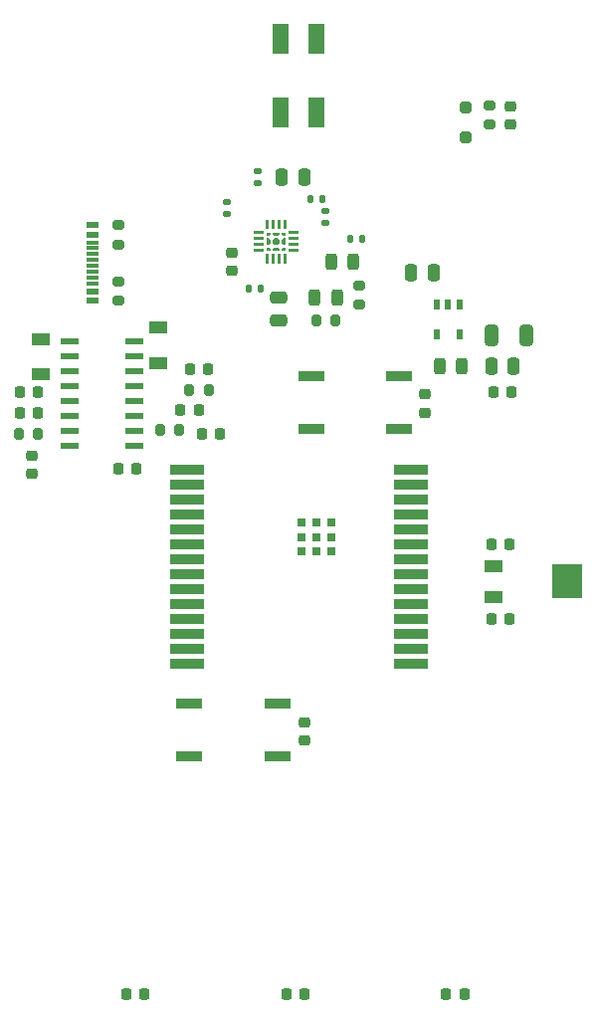
<source format=gbr>
%TF.GenerationSoftware,KiCad,Pcbnew,9.0.5*%
%TF.CreationDate,2025-11-15T02:09:42-05:00*%
%TF.ProjectId,CreditCard,43726564-6974-4436-9172-642e6b696361,rev?*%
%TF.SameCoordinates,Original*%
%TF.FileFunction,Paste,Bot*%
%TF.FilePolarity,Positive*%
%FSLAX46Y46*%
G04 Gerber Fmt 4.6, Leading zero omitted, Abs format (unit mm)*
G04 Created by KiCad (PCBNEW 9.0.5) date 2025-11-15 02:09:42*
%MOMM*%
%LPD*%
G01*
G04 APERTURE LIST*
G04 Aperture macros list*
%AMRoundRect*
0 Rectangle with rounded corners*
0 $1 Rounding radius*
0 $2 $3 $4 $5 $6 $7 $8 $9 X,Y pos of 4 corners*
0 Add a 4 corners polygon primitive as box body*
4,1,4,$2,$3,$4,$5,$6,$7,$8,$9,$2,$3,0*
0 Add four circle primitives for the rounded corners*
1,1,$1+$1,$2,$3*
1,1,$1+$1,$4,$5*
1,1,$1+$1,$6,$7*
1,1,$1+$1,$8,$9*
0 Add four rect primitives between the rounded corners*
20,1,$1+$1,$2,$3,$4,$5,0*
20,1,$1+$1,$4,$5,$6,$7,0*
20,1,$1+$1,$6,$7,$8,$9,0*
20,1,$1+$1,$8,$9,$2,$3,0*%
G04 Aperture macros list end*
%ADD10C,0.000000*%
%ADD11RoundRect,0.250000X-0.325000X-0.650000X0.325000X-0.650000X0.325000X0.650000X-0.325000X0.650000X0*%
%ADD12RoundRect,0.225000X0.225000X0.250000X-0.225000X0.250000X-0.225000X-0.250000X0.225000X-0.250000X0*%
%ADD13RoundRect,0.135000X0.135000X0.185000X-0.135000X0.185000X-0.135000X-0.185000X0.135000X-0.185000X0*%
%ADD14R,1.600000X1.000000*%
%ADD15R,2.500000X3.000000*%
%ADD16RoundRect,0.225000X-0.225000X-0.250000X0.225000X-0.250000X0.225000X0.250000X-0.225000X0.250000X0*%
%ADD17RoundRect,0.250000X-0.250000X-0.475000X0.250000X-0.475000X0.250000X0.475000X-0.250000X0.475000X0*%
%ADD18RoundRect,0.135000X0.185000X-0.135000X0.185000X0.135000X-0.185000X0.135000X-0.185000X-0.135000X0*%
%ADD19RoundRect,0.200000X0.275000X-0.200000X0.275000X0.200000X-0.275000X0.200000X-0.275000X-0.200000X0*%
%ADD20RoundRect,0.225000X-0.250000X0.225000X-0.250000X-0.225000X0.250000X-0.225000X0.250000X0.225000X0*%
%ADD21RoundRect,0.250000X-0.250000X0.250000X-0.250000X-0.250000X0.250000X-0.250000X0.250000X0.250000X0*%
%ADD22RoundRect,0.200000X-0.200000X-0.275000X0.200000X-0.275000X0.200000X0.275000X-0.200000X0.275000X0*%
%ADD23R,1.140000X0.600000*%
%ADD24R,1.140000X0.300000*%
%ADD25R,2.209800X0.863600*%
%ADD26RoundRect,0.250000X-0.475000X0.250000X-0.475000X-0.250000X0.475000X-0.250000X0.475000X0.250000X0*%
%ADD27R,1.397000X2.500000*%
%ADD28RoundRect,0.200000X0.200000X0.275000X-0.200000X0.275000X-0.200000X-0.275000X0.200000X-0.275000X0*%
%ADD29R,0.508000X0.955600*%
%ADD30RoundRect,0.243750X-0.243750X-0.456250X0.243750X-0.456250X0.243750X0.456250X-0.243750X0.456250X0*%
%ADD31RoundRect,0.135000X-0.135000X-0.185000X0.135000X-0.185000X0.135000X0.185000X-0.135000X0.185000X0*%
%ADD32RoundRect,0.250000X0.250000X0.475000X-0.250000X0.475000X-0.250000X-0.475000X0.250000X-0.475000X0*%
%ADD33R,1.511300X0.558800*%
%ADD34RoundRect,0.225000X0.250000X-0.225000X0.250000X0.225000X-0.250000X0.225000X-0.250000X-0.225000X0*%
%ADD35R,3.000000X0.900000*%
%ADD36R,3.000000X0.899998*%
%ADD37R,3.000000X0.899996*%
%ADD38R,0.800000X0.800000*%
%ADD39RoundRect,0.135000X-0.185000X0.135000X-0.185000X-0.135000X0.185000X-0.135000X0.185000X0.135000X0*%
G04 APERTURE END LIST*
D10*
%TO.C,U1*%
G36*
X122475108Y-55539919D02*
G01*
X121674893Y-55539919D01*
X121674893Y-55309703D01*
X122475108Y-55309703D01*
X122475108Y-55539919D01*
G37*
G36*
X122475108Y-56040045D02*
G01*
X121674893Y-56040045D01*
X121674893Y-55809829D01*
X122475108Y-55809829D01*
X122475108Y-56040045D01*
G37*
G36*
X122475108Y-56540171D02*
G01*
X121674893Y-56540171D01*
X121674893Y-56309955D01*
X122475108Y-56309955D01*
X122475108Y-56540171D01*
G37*
G36*
X122475108Y-57040297D02*
G01*
X121674893Y-57040297D01*
X121674893Y-56810081D01*
X122475108Y-56810081D01*
X122475108Y-57040297D01*
G37*
G36*
X122915109Y-55100108D02*
G01*
X122684891Y-55100108D01*
X122684891Y-54299893D01*
X122915109Y-54299893D01*
X122915109Y-55100108D01*
G37*
G36*
X122915109Y-58050107D02*
G01*
X122684891Y-58050107D01*
X122684891Y-57249892D01*
X122915109Y-57249892D01*
X122915109Y-58050107D01*
G37*
G36*
X123415108Y-55100108D02*
G01*
X123184893Y-55100108D01*
X123184893Y-54299893D01*
X123415108Y-54299893D01*
X123415108Y-55100108D01*
G37*
G36*
X123415108Y-58050107D02*
G01*
X123184893Y-58050107D01*
X123184893Y-57249892D01*
X123415108Y-57249892D01*
X123415108Y-58050107D01*
G37*
G36*
X123915107Y-55100108D02*
G01*
X123684892Y-55100108D01*
X123684892Y-54299893D01*
X123915107Y-54299893D01*
X123915107Y-55100108D01*
G37*
G36*
X123915107Y-58050107D02*
G01*
X123684892Y-58050107D01*
X123684892Y-57249892D01*
X123915107Y-57249892D01*
X123915107Y-58050107D01*
G37*
G36*
X124415109Y-55100108D02*
G01*
X124184891Y-55100108D01*
X124184891Y-54299893D01*
X124415109Y-54299893D01*
X124415109Y-55100108D01*
G37*
G36*
X124415109Y-58050107D02*
G01*
X124184891Y-58050107D01*
X124184891Y-57249892D01*
X124415109Y-57249892D01*
X124415109Y-58050107D01*
G37*
G36*
X125425107Y-55539919D02*
G01*
X124624892Y-55539919D01*
X124624892Y-55309703D01*
X125425107Y-55309703D01*
X125425107Y-55539919D01*
G37*
G36*
X125425107Y-56040045D02*
G01*
X124624892Y-56040045D01*
X124624892Y-55809829D01*
X125425107Y-55809829D01*
X125425107Y-56040045D01*
G37*
G36*
X125425107Y-56540171D02*
G01*
X124624892Y-56540171D01*
X124624892Y-56309955D01*
X125425107Y-56309955D01*
X125425107Y-56540171D01*
G37*
G36*
X125425107Y-57040297D02*
G01*
X124624892Y-57040297D01*
X124624892Y-56810081D01*
X125425107Y-56810081D01*
X125425107Y-57040297D01*
G37*
G36*
X123056300Y-55539879D02*
G01*
X122914879Y-55681300D01*
X122774930Y-55681300D01*
X122774930Y-55399930D01*
X123056300Y-55399930D01*
X123056300Y-55539879D01*
G37*
G36*
X123056300Y-56810121D02*
G01*
X123056300Y-56950070D01*
X122774930Y-56950070D01*
X122774930Y-56668700D01*
X122914879Y-56668700D01*
X123056300Y-56810121D01*
G37*
G36*
X124325070Y-55681300D02*
G01*
X124185121Y-55681300D01*
X124043700Y-55539879D01*
X124043700Y-55399930D01*
X124325070Y-55399930D01*
X124325070Y-55681300D01*
G37*
G36*
X124325070Y-56950070D02*
G01*
X124043700Y-56950070D01*
X124043700Y-56810121D01*
X124185121Y-56668700D01*
X124325070Y-56668700D01*
X124325070Y-56950070D01*
G37*
G36*
X123056300Y-56022721D02*
G01*
X123056300Y-56327279D01*
X122914879Y-56468700D01*
X122774930Y-56468700D01*
X122774930Y-55881300D01*
X122914879Y-55881300D01*
X123056300Y-56022721D01*
G37*
G36*
X123843700Y-55539879D02*
G01*
X123702279Y-55681300D01*
X123397721Y-55681300D01*
X123256300Y-55539879D01*
X123256300Y-55399930D01*
X123843700Y-55399930D01*
X123843700Y-55539879D01*
G37*
G36*
X123843700Y-56810121D02*
G01*
X123843700Y-56950070D01*
X123256300Y-56950070D01*
X123256300Y-56810121D01*
X123397721Y-56668700D01*
X123702279Y-56668700D01*
X123843700Y-56810121D01*
G37*
G36*
X124325070Y-56468700D02*
G01*
X124185121Y-56468700D01*
X124043700Y-56327279D01*
X124043700Y-56022721D01*
X124185121Y-55881300D01*
X124325070Y-55881300D01*
X124325070Y-56468700D01*
G37*
G36*
X123843700Y-56022721D02*
G01*
X123843700Y-56327279D01*
X123702279Y-56468700D01*
X123397721Y-56468700D01*
X123256300Y-56327279D01*
X123256300Y-56022721D01*
X123397721Y-55881300D01*
X123702279Y-55881300D01*
X123843700Y-56022721D01*
G37*
%TD*%
D11*
%TO.C,C7*%
X141925000Y-64200000D03*
X144875000Y-64200000D03*
%TD*%
D12*
%TO.C,C24*%
X103275000Y-70795000D03*
X101725000Y-70795000D03*
%TD*%
D13*
%TO.C,R31*%
X127500099Y-52520100D03*
X126480099Y-52520100D03*
%TD*%
D14*
%TO.C,Y1*%
X142100000Y-86400000D03*
X142100000Y-83800000D03*
D15*
X148350000Y-85100000D03*
%TD*%
D16*
%TO.C,C8*%
X142025000Y-69000000D03*
X143575000Y-69000000D03*
%TD*%
D17*
%TO.C,C4*%
X141850000Y-66800000D03*
X143750000Y-66800000D03*
%TD*%
D16*
%TO.C,C11*%
X124425000Y-120200000D03*
X125975000Y-120200000D03*
%TD*%
D18*
%TO.C,R8*%
X121990099Y-51230100D03*
X121990099Y-50210100D03*
%TD*%
D16*
%TO.C,C12*%
X141875000Y-88300000D03*
X143425000Y-88300000D03*
%TD*%
D19*
%TO.C,R10*%
X141725000Y-46250000D03*
X141725000Y-44600000D03*
%TD*%
D20*
%TO.C,C22*%
X102746307Y-74370000D03*
X102746307Y-75920000D03*
%TD*%
D21*
%TO.C,D5*%
X139725000Y-44775000D03*
X139725000Y-47275000D03*
%TD*%
D22*
%TO.C,R4*%
X126965099Y-62920100D03*
X128615099Y-62920100D03*
%TD*%
D14*
%TO.C,U11*%
X113500000Y-63500000D03*
X113500000Y-66500000D03*
%TD*%
D16*
%TO.C,C17*%
X141875000Y-81900000D03*
X143425000Y-81900000D03*
%TD*%
D23*
%TO.C,J3*%
X107965000Y-61200000D03*
X107965000Y-60400000D03*
D24*
X107965000Y-59250000D03*
X107965000Y-58250000D03*
X107965000Y-57750000D03*
X107965000Y-56750000D03*
D23*
X107965000Y-54800000D03*
X107965000Y-55600000D03*
D24*
X107965000Y-56250000D03*
X107965000Y-57250000D03*
X107965000Y-58750000D03*
X107965000Y-59750000D03*
%TD*%
D25*
%TO.C,U3*%
X126557000Y-72150000D03*
X134050000Y-72150000D03*
X126557000Y-67649998D03*
X134050000Y-67649998D03*
%TD*%
D26*
%TO.C,C15*%
X123790099Y-60970100D03*
X123790099Y-62870100D03*
%TD*%
D22*
%TO.C,R15*%
X113675000Y-72245000D03*
X115325000Y-72245000D03*
%TD*%
D19*
%TO.C,R11*%
X110175000Y-56425000D03*
X110175000Y-54775000D03*
%TD*%
D27*
%TO.C,J1*%
X126977478Y-45166955D03*
X126977478Y-38966957D03*
X123977479Y-45166955D03*
X123977479Y-38966957D03*
%TD*%
D28*
%TO.C,R18*%
X117825000Y-68800000D03*
X116175000Y-68800000D03*
%TD*%
D16*
%TO.C,C18*%
X138025000Y-120200000D03*
X139575000Y-120200000D03*
%TD*%
D29*
%TO.C,U2*%
X137249999Y-61522200D03*
X138200000Y-61522200D03*
X139150001Y-61522200D03*
X139150001Y-64077800D03*
X137249999Y-64077800D03*
%TD*%
D19*
%TO.C,R5*%
X130590099Y-61545100D03*
X130590099Y-59895100D03*
%TD*%
D12*
%TO.C,C5*%
X111675450Y-75545000D03*
X110125450Y-75545000D03*
%TD*%
D30*
%TO.C,D3*%
X128252599Y-57920100D03*
X130127599Y-57920100D03*
%TD*%
D18*
%TO.C,R7*%
X119390099Y-53830100D03*
X119390099Y-52810100D03*
%TD*%
D16*
%TO.C,C6*%
X117225000Y-72500000D03*
X118775000Y-72500000D03*
%TD*%
D30*
%TO.C,L1*%
X137462500Y-66800000D03*
X139337500Y-66800000D03*
%TD*%
D20*
%TO.C,C14*%
X119790099Y-57145100D03*
X119790099Y-58695100D03*
%TD*%
D17*
%TO.C,C13*%
X124040099Y-50720100D03*
X125940099Y-50720100D03*
%TD*%
D31*
%TO.C,R26*%
X129880099Y-55920100D03*
X130900099Y-55920100D03*
%TD*%
D32*
%TO.C,C3*%
X136950000Y-58800000D03*
X135050000Y-58800000D03*
%TD*%
D20*
%TO.C,C9*%
X125950000Y-97075000D03*
X125950000Y-98625000D03*
%TD*%
D33*
%TO.C,U10*%
X111500000Y-64650000D03*
X111500000Y-65920000D03*
X111500000Y-67190000D03*
X111500000Y-68460000D03*
X111500000Y-69730000D03*
X111500000Y-71000000D03*
X111500000Y-72270000D03*
X111500000Y-73540000D03*
X106000900Y-73540000D03*
X106000900Y-72270000D03*
X106000900Y-71000000D03*
X106000900Y-69730000D03*
X106000900Y-68460000D03*
X106000900Y-67190000D03*
X106000900Y-65920000D03*
X106000900Y-64650000D03*
%TD*%
D22*
%TO.C,R16*%
X101675000Y-72500000D03*
X103325000Y-72500000D03*
%TD*%
D25*
%TO.C,U4*%
X123646500Y-95499999D03*
X116153500Y-95499999D03*
X123646500Y-100000001D03*
X116153500Y-100000001D03*
%TD*%
D12*
%TO.C,C23*%
X103275000Y-69000000D03*
X101725000Y-69000000D03*
%TD*%
D16*
%TO.C,C10*%
X110825000Y-120200000D03*
X112375000Y-120200000D03*
%TD*%
D12*
%TO.C,C26*%
X116975000Y-70500000D03*
X115425000Y-70500000D03*
%TD*%
D19*
%TO.C,R12*%
X110175000Y-61225000D03*
X110175000Y-59575000D03*
%TD*%
D30*
%TO.C,D2*%
X126852599Y-60920100D03*
X128727599Y-60920100D03*
%TD*%
D14*
%TO.C,U9*%
X103500000Y-64500000D03*
X103500000Y-67500000D03*
%TD*%
D34*
%TO.C,C1*%
X136200000Y-70725000D03*
X136200000Y-69175000D03*
%TD*%
D31*
%TO.C,R23*%
X121240000Y-60150000D03*
X122260000Y-60150000D03*
%TD*%
D35*
%TO.C,U8*%
X135000000Y-75590000D03*
X135000000Y-76860000D03*
X135000000Y-78130000D03*
X135000000Y-79400000D03*
X135000000Y-80670000D03*
X135000000Y-81940000D03*
X135000000Y-83210000D03*
X135000000Y-84480000D03*
X135000000Y-85750000D03*
X135000000Y-87020000D03*
X135000000Y-88290000D03*
X135000000Y-89560000D03*
D36*
X135000000Y-90829999D03*
X135000000Y-92099999D03*
D35*
X116000000Y-92100000D03*
X116000000Y-90830000D03*
X116000000Y-89560000D03*
X116000000Y-88290000D03*
X116000000Y-87020000D03*
X116000000Y-85750000D03*
X116000000Y-84480000D03*
D36*
X116000000Y-83210001D03*
D37*
X116000000Y-81940002D03*
D36*
X116000000Y-80670001D03*
D35*
X116000000Y-79400000D03*
D36*
X116000000Y-78130001D03*
D35*
X116000000Y-76860000D03*
D36*
X116000000Y-75590001D03*
D38*
X128255000Y-80060000D03*
X127005000Y-80060000D03*
X125755000Y-80060000D03*
X128255000Y-81310000D03*
X127005000Y-81310000D03*
X125755000Y-81310000D03*
X128255000Y-82560000D03*
X127005000Y-82560000D03*
X125755000Y-82560000D03*
%TD*%
D34*
%TO.C,C16*%
X143525000Y-46200000D03*
X143525000Y-44650000D03*
%TD*%
D16*
%TO.C,C25*%
X116225000Y-67000000D03*
X117775000Y-67000000D03*
%TD*%
D39*
%TO.C,R29*%
X127790099Y-53610100D03*
X127790099Y-54630100D03*
%TD*%
M02*

</source>
